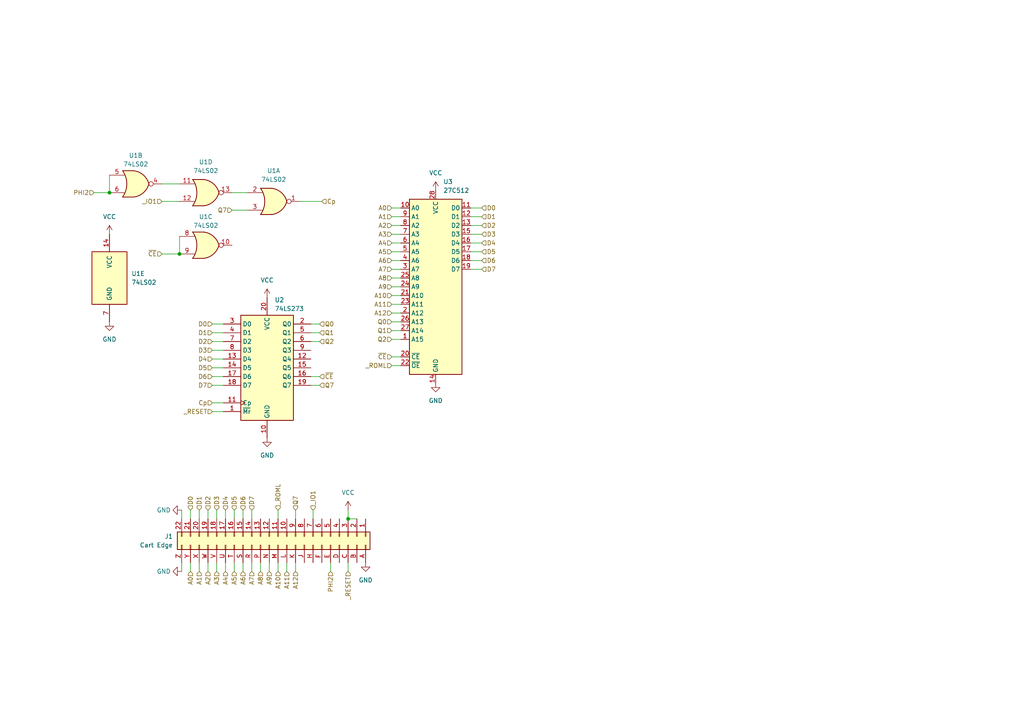
<source format=kicad_sch>
(kicad_sch (version 20230121) (generator eeschema)
  (paper "A4")
  (lib_symbols
    (symbol "74xx:74LS02" (pin_names (offset 1.016))
      (property "Reference" "U" (at 0 1.27 0))
      (property "Value" "74LS02" (at 0 -1.27 0))
      (symbol "74LS02_1_1"
        (arc (start -3.81 -3.81) (mid -2.589 0) (end -3.81 3.81) (stroke (width 0.254)))
        (arc (start -0.6096 -3.81) (mid 2.1842 -2.5851) (end 3.81 0) (stroke (width 0.254)) (fill (type background)))
        (polyline (pts (xy -3.81 -3.81) (xy -0.635 -3.81)) (stroke (width 0.254)) (fill (type background)))
        (polyline (pts (xy -3.81 3.81) (xy -0.635 3.81)) (stroke (width 0.254)) (fill (type background)))
        (polyline (pts (xy -0.635 3.81) (xy -3.81 3.81) (xy -3.81 3.81) (xy -3.556 3.4036) (xy -3.0226 2.2606) (xy -2.6924 1.0414) (xy -2.6162 -0.254) (xy -2.7686 -1.4986) (xy -3.175 -2.7178) (xy -3.81 -3.81) (xy -3.81 -3.81) (xy -0.635 -3.81)) (stroke (width -25.4)) (fill (type background)))
        (arc (start 3.81 0) (mid 2.1915 2.5936) (end -0.6096 3.81) (stroke (width 0.254)) (fill (type background)))
        (pin output inverted (at 7.62 0 180) (length 3.81) (name "~") (number "1"))
        (pin input line (at -7.62 2.54 0) (length 4.318) (name "~") (number "2"))
        (pin input line (at -7.62 -2.54 0) (length 4.318) (name "~") (number "3"))
      )
      (symbol "74LS02_1_2"
        (arc (start 0 -3.81) (mid 3.7934 0) (end 0 3.81) (stroke (width 0.254)) (fill (type background)))
        (polyline (pts (xy 0 3.81) (xy -3.81 3.81) (xy -3.81 -3.81) (xy 0 -3.81)) (stroke (width 0.254)) (fill (type background)))
        (pin output line (at 7.62 0 180) (length 3.81) (name "~") (number "1"))
        (pin input inverted (at -7.62 2.54 0) (length 3.81) (name "~") (number "2"))
        (pin input inverted (at -7.62 -2.54 0) (length 3.81) (name "~") (number "3"))
      )
      (symbol "74LS02_2_1"
        (arc (start -3.81 -3.81) (mid -2.589 0) (end -3.81 3.81) (stroke (width 0.254)))
        (arc (start -0.6096 -3.81) (mid 2.1842 -2.5851) (end 3.81 0) (stroke (width 0.254)) (fill (type background)))
        (polyline (pts (xy -3.81 -3.81) (xy -0.635 -3.81)) (stroke (width 0.254)) (fill (type background)))
        (polyline (pts (xy -3.81 3.81) (xy -0.635 3.81)) (stroke (width 0.254)) (fill (type background)))
        (polyline (pts (xy -0.635 3.81) (xy -3.81 3.81) (xy -3.81 3.81) (xy -3.556 3.4036) (xy -3.0226 2.2606) (xy -2.6924 1.0414) (xy -2.6162 -0.254) (xy -2.7686 -1.4986) (xy -3.175 -2.7178) (xy -3.81 -3.81) (xy -3.81 -3.81) (xy -0.635 -3.81)) (stroke (width -25.4)) (fill (type background)))
        (arc (start 3.81 0) (mid 2.1915 2.5936) (end -0.6096 3.81) (stroke (width 0.254)) (fill (type background)))
        (pin output inverted (at 7.62 0 180) (length 3.81) (name "~") (number "4"))
        (pin input line (at -7.62 2.54 0) (length 4.318) (name "~") (number "5"))
        (pin input line (at -7.62 -2.54 0) (length 4.318) (name "~") (number "6"))
      )
      (symbol "74LS02_2_2"
        (arc (start 0 -3.81) (mid 3.7934 0) (end 0 3.81) (stroke (width 0.254)) (fill (type background)))
        (polyline (pts (xy 0 3.81) (xy -3.81 3.81) (xy -3.81 -3.81) (xy 0 -3.81)) (stroke (width 0.254)) (fill (type background)))
        (pin output line (at 7.62 0 180) (length 3.81) (name "~") (number "4"))
        (pin input inverted (at -7.62 2.54 0) (length 3.81) (name "~") (number "5"))
        (pin input inverted (at -7.62 -2.54 0) (length 3.81) (name "~") (number "6"))
      )
      (symbol "74LS02_3_1"
        (arc (start -3.81 -3.81) (mid -2.589 0) (end -3.81 3.81) (stroke (width 0.254)))
        (arc (start -0.6096 -3.81) (mid 2.1842 -2.5851) (end 3.81 0) (stroke (width 0.254)) (fill (type background)))
        (polyline (pts (xy -3.81 -3.81) (xy -0.635 -3.81)) (stroke (width 0.254)) (fill (type background)))
        (polyline (pts (xy -3.81 3.81) (xy -0.635 3.81)) (stroke (width 0.254)) (fill (type background)))
        (polyline (pts (xy -0.635 3.81) (xy -3.81 3.81) (xy -3.81 3.81) (xy -3.556 3.4036) (xy -3.0226 2.2606) (xy -2.6924 1.0414) (xy -2.6162 -0.254) (xy -2.7686 -1.4986) (xy -3.175 -2.7178) (xy -3.81 -3.81) (xy -3.81 -3.81) (xy -0.635 -3.81)) (stroke (width -25.4)) (fill (type background)))
        (arc (start 3.81 0) (mid 2.1915 2.5936) (end -0.6096 3.81) (stroke (width 0.254)) (fill (type background)))
        (pin output inverted (at 7.62 0 180) (length 3.81) (name "~") (number "10"))
        (pin input line (at -7.62 2.54 0) (length 4.318) (name "~") (number "8"))
        (pin input line (at -7.62 -2.54 0) (length 4.318) (name "~") (number "9"))
      )
      (symbol "74LS02_3_2"
        (arc (start 0 -3.81) (mid 3.7934 0) (end 0 3.81) (stroke (width 0.254)) (fill (type background)))
        (polyline (pts (xy 0 3.81) (xy -3.81 3.81) (xy -3.81 -3.81) (xy 0 -3.81)) (stroke (width 0.254)) (fill (type background)))
        (pin output line (at 7.62 0 180) (length 3.81) (name "~") (number "10"))
        (pin input inverted (at -7.62 2.54 0) (length 3.81) (name "~") (number "8"))
        (pin input inverted (at -7.62 -2.54 0) (length 3.81) (name "~") (number "9"))
      )
      (symbol "74LS02_4_1"
        (arc (start -3.81 -3.81) (mid -2.589 0) (end -3.81 3.81) (stroke (width 0.254)))
        (arc (start -0.6096 -3.81) (mid 2.1842 -2.5851) (end 3.81 0) (stroke (width 0.254)) (fill (type background)))
        (polyline (pts (xy -3.81 -3.81) (xy -0.635 -3.81)) (stroke (width 0.254)) (fill (type background)))
        (polyline (pts (xy -3.81 3.81) (xy -0.635 3.81)) (stroke (width 0.254)) (fill (type background)))
        (polyline (pts (xy -0.635 3.81) (xy -3.81 3.81) (xy -3.81 3.81) (xy -3.556 3.4036) (xy -3.0226 2.2606) (xy -2.6924 1.0414) (xy -2.6162 -0.254) (xy -2.7686 -1.4986) (xy -3.175 -2.7178) (xy -3.81 -3.81) (xy -3.81 -3.81) (xy -0.635 -3.81)) (stroke (width -25.4)) (fill (type background)))
        (arc (start 3.81 0) (mid 2.1915 2.5936) (end -0.6096 3.81) (stroke (width 0.254)) (fill (type background)))
        (pin input line (at -7.62 2.54 0) (length 4.318) (name "~") (number "11"))
        (pin input line (at -7.62 -2.54 0) (length 4.318) (name "~") (number "12"))
        (pin output inverted (at 7.62 0 180) (length 3.81) (name "~") (number "13"))
      )
      (symbol "74LS02_4_2"
        (arc (start 0 -3.81) (mid 3.7934 0) (end 0 3.81) (stroke (width 0.254)) (fill (type background)))
        (polyline (pts (xy 0 3.81) (xy -3.81 3.81) (xy -3.81 -3.81) (xy 0 -3.81)) (stroke (width 0.254)) (fill (type background)))
        (pin input inverted (at -7.62 2.54 0) (length 3.81) (name "~") (number "11"))
        (pin input inverted (at -7.62 -2.54 0) (length 3.81) (name "~") (number "12"))
        (pin output line (at 7.62 0 180) (length 3.81) (name "~") (number "13"))
      )
      (symbol "74LS02_5_0"
        (pin power_in line (at 0 12.7 270) (length 5.08) (name "VCC") (number "14"))
        (pin power_in line (at 0 -12.7 90) (length 5.08) (name "GND") (number "7"))
      )
      (symbol "74LS02_5_1"
        (rectangle (start -5.08 7.62) (end 5.08 -7.62) (stroke (width 0.254)) (fill (type background)))
      )
    )
    (symbol "74xx:74LS273"
      (property "Reference" "U" (at -7.62 16.51 0))
      (property "Value" "74LS273" (at -7.62 -16.51 0))
      (symbol "74LS273_1_0"
        (pin input line (at -12.7 -12.7 0) (length 5.08) (name "~{Mr}") (number "1"))
        (pin power_in line (at 0 -20.32 90) (length 5.08) (name "GND") (number "10"))
        (pin input clock (at -12.7 -10.16 0) (length 5.08) (name "Cp") (number "11"))
        (pin output line (at 12.7 2.54 180) (length 5.08) (name "Q4") (number "12"))
        (pin input line (at -12.7 2.54 0) (length 5.08) (name "D4") (number "13"))
        (pin input line (at -12.7 0 0) (length 5.08) (name "D5") (number "14"))
        (pin output line (at 12.7 0 180) (length 5.08) (name "Q5") (number "15"))
        (pin output line (at 12.7 -2.54 180) (length 5.08) (name "Q6") (number "16"))
        (pin input line (at -12.7 -2.54 0) (length 5.08) (name "D6") (number "17"))
        (pin input line (at -12.7 -5.08 0) (length 5.08) (name "D7") (number "18"))
        (pin output line (at 12.7 -5.08 180) (length 5.08) (name "Q7") (number "19"))
        (pin output line (at 12.7 12.7 180) (length 5.08) (name "Q0") (number "2"))
        (pin power_in line (at 0 20.32 270) (length 5.08) (name "VCC") (number "20"))
        (pin input line (at -12.7 12.7 0) (length 5.08) (name "D0") (number "3"))
        (pin input line (at -12.7 10.16 0) (length 5.08) (name "D1") (number "4"))
        (pin output line (at 12.7 10.16 180) (length 5.08) (name "Q1") (number "5"))
        (pin output line (at 12.7 7.62 180) (length 5.08) (name "Q2") (number "6"))
        (pin input line (at -12.7 7.62 0) (length 5.08) (name "D2") (number "7"))
        (pin input line (at -12.7 5.08 0) (length 5.08) (name "D3") (number "8"))
        (pin output line (at 12.7 5.08 180) (length 5.08) (name "Q3") (number "9"))
      )
      (symbol "74LS273_1_1"
        (rectangle (start -7.62 15.24) (end 7.62 -15.24) (stroke (width 0.254)) (fill (type background)))
      )
    )
    (symbol "C64 Cart:Cart_Edge" (pin_names (offset 1.016) hide)
      (property "Reference" "J1" (at 0 -31.115 90))
      (property "Value" "Conn_02x22_Counter_Clockwise" (at 2.54 -31.115 90))
      (symbol "Cart_Edge_1_1"
        (rectangle (start -1.27 -27.813) (end 0 -28.067) (stroke (width 0.1524)))
        (rectangle (start -1.27 -25.273) (end 0 -25.527) (stroke (width 0.1524)))
        (rectangle (start -1.27 -22.733) (end 0 -22.987) (stroke (width 0.1524)))
        (rectangle (start -1.27 -20.193) (end 0 -20.447) (stroke (width 0.1524)))
        (rectangle (start -1.27 -17.653) (end 0 -17.907) (stroke (width 0.1524)))
        (rectangle (start -1.27 -15.113) (end 0 -15.367) (stroke (width 0.1524)))
        (rectangle (start -1.27 -12.573) (end 0 -12.827) (stroke (width 0.1524)))
        (rectangle (start -1.27 -10.033) (end 0 -10.287) (stroke (width 0.1524)))
        (rectangle (start -1.27 -7.493) (end 0 -7.747) (stroke (width 0.1524)))
        (rectangle (start -1.27 -4.953) (end 0 -5.207) (stroke (width 0.1524)))
        (rectangle (start -1.27 -2.413) (end 0 -2.667) (stroke (width 0.1524)))
        (rectangle (start -1.27 0.127) (end 0 -0.127) (stroke (width 0.1524)))
        (rectangle (start -1.27 2.667) (end 0 2.413) (stroke (width 0.1524)))
        (rectangle (start -1.27 5.207) (end 0 4.953) (stroke (width 0.1524)))
        (rectangle (start -1.27 7.747) (end 0 7.493) (stroke (width 0.1524)))
        (rectangle (start -1.27 10.287) (end 0 10.033) (stroke (width 0.1524)))
        (rectangle (start -1.27 12.827) (end 0 12.573) (stroke (width 0.1524)))
        (rectangle (start -1.27 15.367) (end 0 15.113) (stroke (width 0.1524)))
        (rectangle (start -1.27 17.907) (end 0 17.653) (stroke (width 0.1524)))
        (rectangle (start -1.27 20.447) (end 0 20.193) (stroke (width 0.1524)))
        (rectangle (start -1.27 22.987) (end 0 22.733) (stroke (width 0.1524)))
        (rectangle (start -1.27 25.527) (end 0 25.273) (stroke (width 0.1524)))
        (rectangle (start -1.27 26.67) (end 3.81 -29.21) (stroke (width 0.254)) (fill (type background)))
        (rectangle (start 3.81 -27.813) (end 2.54 -28.067) (stroke (width 0.1524)))
        (rectangle (start 3.81 -25.273) (end 2.54 -25.527) (stroke (width 0.1524)))
        (rectangle (start 3.81 -22.733) (end 2.54 -22.987) (stroke (width 0.1524)))
        (rectangle (start 3.81 -20.193) (end 2.54 -20.447) (stroke (width 0.1524)))
        (rectangle (start 3.81 -17.653) (end 2.54 -17.907) (stroke (width 0.1524)))
        (rectangle (start 3.81 -15.113) (end 2.54 -15.367) (stroke (width 0.1524)))
        (rectangle (start 3.81 -12.573) (end 2.54 -12.827) (stroke (width 0.1524)))
        (rectangle (start 3.81 -10.033) (end 2.54 -10.287) (stroke (width 0.1524)))
        (rectangle (start 3.81 -7.493) (end 2.54 -7.747) (stroke (width 0.1524)))
        (rectangle (start 3.81 -4.953) (end 2.54 -5.207) (stroke (width 0.1524)))
        (rectangle (start 3.81 -2.413) (end 2.54 -2.667) (stroke (width 0.1524)))
        (rectangle (start 3.81 0.127) (end 2.54 -0.127) (stroke (width 0.1524)))
        (rectangle (start 3.81 2.667) (end 2.54 2.413) (stroke (width 0.1524)))
        (rectangle (start 3.81 5.207) (end 2.54 4.953) (stroke (width 0.1524)))
        (rectangle (start 3.81 7.747) (end 2.54 7.493) (stroke (width 0.1524)))
        (rectangle (start 3.81 10.287) (end 2.54 10.033) (stroke (width 0.1524)))
        (rectangle (start 3.81 12.827) (end 2.54 12.573) (stroke (width 0.1524)))
        (rectangle (start 3.81 15.367) (end 2.54 15.113) (stroke (width 0.1524)))
        (rectangle (start 3.81 17.907) (end 2.54 17.653) (stroke (width 0.1524)))
        (rectangle (start 3.81 20.447) (end 2.54 20.193) (stroke (width 0.1524)))
        (rectangle (start 3.81 22.987) (end 2.54 22.733) (stroke (width 0.1524)))
        (rectangle (start 3.81 25.527) (end 2.54 25.273) (stroke (width 0.1524)))
        (pin passive line (at -5.08 25.4 0) (length 3.81) (name "Pin_1") (number "1"))
        (pin passive line (at -5.08 2.54 0) (length 3.81) (name "Pin_10") (number "10"))
        (pin passive line (at -5.08 0 0) (length 3.81) (name "Pin_11") (number "11"))
        (pin passive line (at -5.08 -2.54 0) (length 3.81) (name "Pin_12") (number "12"))
        (pin passive line (at -5.08 -5.08 0) (length 3.81) (name "Pin_13") (number "13"))
        (pin passive line (at -5.08 -7.62 0) (length 3.81) (name "Pin_14") (number "14"))
        (pin passive line (at -5.08 -10.16 0) (length 3.81) (name "Pin_15") (number "15"))
        (pin passive line (at -5.08 -12.7 0) (length 3.81) (name "Pin_16") (number "16"))
        (pin passive line (at -5.08 -15.24 0) (length 3.81) (name "Pin_17") (number "17"))
        (pin passive line (at -5.08 -17.78 0) (length 3.81) (name "Pin_18") (number "18"))
        (pin passive line (at -5.08 -20.32 0) (length 3.81) (name "Pin_19") (number "19"))
        (pin passive line (at -5.08 22.86 0) (length 3.81) (name "Pin_2") (number "2"))
        (pin passive line (at -5.08 -22.86 0) (length 3.81) (name "Pin_20") (number "20"))
        (pin passive line (at -5.08 -25.4 0) (length 3.81) (name "Pin_21") (number "21"))
        (pin passive line (at -5.08 -27.94 0) (length 3.81) (name "Pin_22") (number "22"))
        (pin passive line (at -5.08 20.32 0) (length 3.81) (name "Pin_3") (number "3"))
        (pin passive line (at -5.08 17.78 0) (length 3.81) (name "Pin_4") (number "4"))
        (pin passive line (at -5.08 15.24 0) (length 3.81) (name "Pin_5") (number "5"))
        (pin passive line (at -5.08 12.7 0) (length 3.81) (name "Pin_6") (number "6"))
        (pin passive line (at -5.08 10.16 0) (length 3.81) (name "Pin_7") (number "7"))
        (pin passive line (at -5.08 7.62 0) (length 3.81) (name "Pin_8") (number "8"))
        (pin passive line (at -5.08 5.08 0) (length 3.81) (name "Pin_9") (number "9"))
        (pin passive line (at 7.62 25.4 180) (length 3.81) (name "Pin_44") (number "A"))
        (pin passive line (at 7.62 22.86 180) (length 3.81) (name "Pin_43") (number "B"))
        (pin passive line (at 7.62 20.32 180) (length 3.81) (name "Pin_42") (number "C"))
        (pin passive line (at 7.62 17.78 180) (length 3.81) (name "Pin_41") (number "D"))
        (pin passive line (at 7.62 15.24 180) (length 3.81) (name "Pin_40") (number "E"))
        (pin passive line (at 7.62 12.7 180) (length 3.81) (name "Pin_39") (number "F"))
        (pin passive line (at 7.62 10.16 180) (length 3.81) (name "Pin_38") (number "H"))
        (pin passive line (at 7.62 7.62 180) (length 3.81) (name "Pin_37") (number "J"))
        (pin passive line (at 7.62 5.08 180) (length 3.81) (name "Pin_36") (number "K"))
        (pin passive line (at 7.62 2.54 180) (length 3.81) (name "Pin_35") (number "L"))
        (pin passive line (at 7.62 0 180) (length 3.81) (name "Pin_34") (number "M"))
        (pin passive line (at 7.62 -2.54 180) (length 3.81) (name "Pin_33") (number "N"))
        (pin passive line (at 7.62 -5.08 180) (length 3.81) (name "Pin_32") (number "P"))
        (pin passive line (at 7.62 -7.62 180) (length 3.81) (name "Pin_31") (number "R"))
        (pin passive line (at 7.62 -10.16 180) (length 3.81) (name "Pin_30") (number "S"))
        (pin passive line (at 7.62 -12.7 180) (length 3.81) (name "Pin_29") (number "T"))
        (pin passive line (at 7.62 -15.24 180) (length 3.81) (name "Pin_28") (number "U"))
        (pin passive line (at 7.62 -17.78 180) (length 3.81) (name "Pin_27") (number "V"))
        (pin passive line (at 7.62 -20.32 180) (length 3.81) (name "Pin_26") (number "W"))
        (pin passive line (at 7.62 -22.86 180) (length 3.81) (name "Pin_25") (number "X"))
        (pin passive line (at 7.62 -25.4 180) (length 3.81) (name "Pin_24") (number "Y"))
        (pin passive line (at 7.62 -27.94 180) (length 3.81) (name "Pin_23") (number "Z"))
      )
    )
    (symbol "Memory_EPROM:27C512"
      (property "Reference" "U" (at -7.62 26.67 0))
      (property "Value" "27C512" (at 2.54 -26.67 0))
      (symbol "27C512_1_1"
        (rectangle (start -7.62 25.4) (end 7.62 -25.4) (stroke (width 0.254)) (fill (type background)))
        (pin input line (at -10.16 -15.24 0) (length 2.54) (name "A15") (number "1"))
        (pin input line (at -10.16 22.86 0) (length 2.54) (name "A0") (number "10"))
        (pin tri_state line (at 10.16 22.86 180) (length 2.54) (name "D0") (number "11"))
        (pin tri_state line (at 10.16 20.32 180) (length 2.54) (name "D1") (number "12"))
        (pin tri_state line (at 10.16 17.78 180) (length 2.54) (name "D2") (number "13"))
        (pin power_in line (at 0 -27.94 90) (length 2.54) (name "GND") (number "14"))
        (pin tri_state line (at 10.16 15.24 180) (length 2.54) (name "D3") (number "15"))
        (pin tri_state line (at 10.16 12.7 180) (length 2.54) (name "D4") (number "16"))
        (pin tri_state line (at 10.16 10.16 180) (length 2.54) (name "D5") (number "17"))
        (pin tri_state line (at 10.16 7.62 180) (length 2.54) (name "D6") (number "18"))
        (pin tri_state line (at 10.16 5.08 180) (length 2.54) (name "D7") (number "19"))
        (pin input line (at -10.16 -7.62 0) (length 2.54) (name "A12") (number "2"))
        (pin input line (at -10.16 -20.32 0) (length 2.54) (name "~{CE}") (number "20"))
        (pin input line (at -10.16 -2.54 0) (length 2.54) (name "A10") (number "21"))
        (pin input line (at -10.16 -22.86 0) (length 2.54) (name "~{OE}") (number "22"))
        (pin input line (at -10.16 -5.08 0) (length 2.54) (name "A11") (number "23"))
        (pin input line (at -10.16 0 0) (length 2.54) (name "A9") (number "24"))
        (pin input line (at -10.16 2.54 0) (length 2.54) (name "A8") (number "25"))
        (pin input line (at -10.16 -10.16 0) (length 2.54) (name "A13") (number "26"))
        (pin input line (at -10.16 -12.7 0) (length 2.54) (name "A14") (number "27"))
        (pin power_in line (at 0 27.94 270) (length 2.54) (name "VCC") (number "28"))
        (pin input line (at -10.16 5.08 0) (length 2.54) (name "A7") (number "3"))
        (pin input line (at -10.16 7.62 0) (length 2.54) (name "A6") (number "4"))
        (pin input line (at -10.16 10.16 0) (length 2.54) (name "A5") (number "5"))
        (pin input line (at -10.16 12.7 0) (length 2.54) (name "A4") (number "6"))
        (pin input line (at -10.16 15.24 0) (length 2.54) (name "A3") (number "7"))
        (pin input line (at -10.16 17.78 0) (length 2.54) (name "A2") (number "8"))
        (pin input line (at -10.16 20.32 0) (length 2.54) (name "A1") (number "9"))
      )
    )
    (symbol "power:GND" (power) (pin_names (offset 0))
      (property "Value" "GND" (at 0 -3.81 0))
      (symbol "GND_0_1"
        (polyline (pts (xy 0 0) (xy 0 -1.27) (xy 1.27 -1.27) (xy 0 -2.54) (xy -1.27 -1.27) (xy 0 -1.27)))
      )
      (symbol "GND_1_1"
        (pin power_in line (at 0 0 270) (length 0) hide (name "GND") (number "1"))
      )
    )
    (symbol "power:VCC" (power) (pin_names (offset 0))
      (property "Value" "VCC" (at 0 3.81 0))
      (symbol "VCC_0_1"
        (polyline (pts (xy -0.762 1.27) (xy 0 2.54)))
        (polyline (pts (xy 0 0) (xy 0 2.54)))
        (polyline (pts (xy 0 2.54) (xy 0.762 1.27)))
      )
      (symbol "VCC_1_1"
        (pin power_in line (at 0 0 90) (length 0) hide (name "VCC") (number "1"))
      )
    )
  )
  (junction (at 31.75 55.88))
  (junction (at 52.07 73.66))
  (junction (at 100.965 150.495))
  (wire (pts (xy 90.17 99.06) (xy 92.71 99.06)))
  (wire (pts (xy 52.705 163.195) (xy 52.705 165.735)))
  (wire (pts (xy 52.07 68.58) (xy 52.07 73.66)))
  (wire (pts (xy 61.595 96.52) (xy 64.77 96.52)))
  (wire (pts (xy 113.665 80.645) (xy 116.205 80.645)))
  (wire (pts (xy 61.595 116.84) (xy 64.77 116.84)))
  (wire (pts (xy 65.405 147.955) (xy 65.405 150.495)))
  (wire (pts (xy 60.325 147.955) (xy 60.325 150.495)))
  (wire (pts (xy 113.665 67.945) (xy 116.205 67.945)))
  (wire (pts (xy 136.525 75.565) (xy 139.7 75.565)))
  (wire (pts (xy 136.525 60.325) (xy 139.7 60.325)))
  (wire (pts (xy 55.245 163.195) (xy 55.245 165.735)))
  (wire (pts (xy 136.525 65.405) (xy 139.7 65.405)))
  (wire (pts (xy 60.325 163.195) (xy 60.325 165.735)))
  (wire (pts (xy 67.31 60.96) (xy 71.755 60.96)))
  (wire (pts (xy 67.945 147.955) (xy 67.945 150.495)))
  (wire (pts (xy 113.665 103.505) (xy 116.205 103.505)))
  (wire (pts (xy 136.525 62.865) (xy 139.7 62.865)))
  (wire (pts (xy 31.75 50.8) (xy 31.75 55.88)))
  (wire (pts (xy 95.885 163.195) (xy 95.885 165.735)))
  (wire (pts (xy 113.665 85.725) (xy 116.205 85.725)))
  (wire (pts (xy 62.865 163.195) (xy 62.865 165.735)))
  (wire (pts (xy 73.025 163.195) (xy 73.025 165.735)))
  (wire (pts (xy 70.485 163.195) (xy 70.485 165.735)))
  (wire (pts (xy 80.645 163.195) (xy 80.645 165.735)))
  (wire (pts (xy 113.665 70.485) (xy 116.205 70.485)))
  (wire (pts (xy 90.17 96.52) (xy 92.71 96.52)))
  (wire (pts (xy 46.99 73.66) (xy 52.07 73.66)))
  (wire (pts (xy 100.965 163.195) (xy 100.965 165.735)))
  (wire (pts (xy 80.645 147.955) (xy 80.645 150.495)))
  (wire (pts (xy 136.525 67.945) (xy 139.7 67.945)))
  (wire (pts (xy 61.595 104.14) (xy 64.77 104.14)))
  (wire (pts (xy 90.17 109.22) (xy 92.71 109.22)))
  (wire (pts (xy 100.965 150.495) (xy 103.505 150.495)))
  (wire (pts (xy 52.705 147.955) (xy 52.705 150.495)))
  (wire (pts (xy 46.99 53.34) (xy 52.07 53.34)))
  (wire (pts (xy 90.17 93.98) (xy 92.71 93.98)))
  (wire (pts (xy 113.665 88.265) (xy 116.205 88.265)))
  (wire (pts (xy 113.665 73.025) (xy 116.205 73.025)))
  (wire (pts (xy 61.595 106.68) (xy 64.77 106.68)))
  (wire (pts (xy 67.31 55.88) (xy 71.755 55.88)))
  (wire (pts (xy 113.665 95.885) (xy 116.205 95.885)))
  (wire (pts (xy 61.595 93.98) (xy 64.77 93.98)))
  (wire (pts (xy 113.665 78.105) (xy 116.205 78.105)))
  (wire (pts (xy 57.785 163.195) (xy 57.785 165.735)))
  (wire (pts (xy 136.525 70.485) (xy 139.7 70.485)))
  (wire (pts (xy 113.665 106.045) (xy 116.205 106.045)))
  (wire (pts (xy 61.595 109.22) (xy 64.77 109.22)))
  (wire (pts (xy 85.725 163.195) (xy 85.725 165.735)))
  (wire (pts (xy 113.665 83.185) (xy 116.205 83.185)))
  (wire (pts (xy 65.405 163.195) (xy 65.405 165.735)))
  (wire (pts (xy 85.725 147.955) (xy 85.725 150.495)))
  (wire (pts (xy 113.665 65.405) (xy 116.205 65.405)))
  (wire (pts (xy 57.785 147.955) (xy 57.785 150.495)))
  (wire (pts (xy 113.665 60.325) (xy 116.205 60.325)))
  (wire (pts (xy 100.965 147.955) (xy 100.965 150.495)))
  (wire (pts (xy 61.595 119.38) (xy 64.77 119.38)))
  (wire (pts (xy 61.595 101.6) (xy 64.77 101.6)))
  (wire (pts (xy 86.995 58.42) (xy 93.345 58.42)))
  (wire (pts (xy 61.595 111.76) (xy 64.77 111.76)))
  (wire (pts (xy 113.665 62.865) (xy 116.205 62.865)))
  (wire (pts (xy 113.665 75.565) (xy 116.205 75.565)))
  (wire (pts (xy 46.99 58.42) (xy 52.07 58.42)))
  (wire (pts (xy 136.525 78.105) (xy 139.7 78.105)))
  (wire (pts (xy 136.525 73.025) (xy 139.7 73.025)))
  (wire (pts (xy 90.17 111.76) (xy 92.71 111.76)))
  (wire (pts (xy 70.485 147.955) (xy 70.485 150.495)))
  (wire (pts (xy 61.595 99.06) (xy 64.77 99.06)))
  (wire (pts (xy 62.865 147.955) (xy 62.865 150.495)))
  (wire (pts (xy 113.665 98.425) (xy 116.205 98.425)))
  (wire (pts (xy 75.565 163.195) (xy 75.565 165.735)))
  (wire (pts (xy 67.945 163.195) (xy 67.945 165.735)))
  (wire (pts (xy 113.665 90.805) (xy 116.205 90.805)))
  (wire (pts (xy 83.185 163.195) (xy 83.185 165.735)))
  (wire (pts (xy 73.025 147.955) (xy 73.025 150.495)))
  (wire (pts (xy 55.245 147.955) (xy 55.245 150.495)))
  (wire (pts (xy 113.665 93.345) (xy 116.205 93.345)))
  (wire (pts (xy 27.305 55.88) (xy 31.75 55.88)))
  (wire (pts (xy 78.105 163.195) (xy 78.105 165.735)))
  (wire (pts (xy 90.805 147.955) (xy 90.805 150.495)))
  (hierarchical_label "~{CE}" (shape input) (at 92.71 109.22 0))
  (hierarchical_label "_IO1" (shape input) (at 46.99 58.42 180))
  (hierarchical_label "A9" (shape input) (at 113.665 83.185 180))
  (hierarchical_label "D1" (shape input) (at 139.7 62.865 0))
  (hierarchical_label "D5" (shape input) (at 67.945 147.955 90))
  (hierarchical_label "A8" (shape input) (at 75.565 165.735 270))
  (hierarchical_label "A1" (shape input) (at 57.785 165.735 270))
  (hierarchical_label "A10" (shape input) (at 113.665 85.725 180))
  (hierarchical_label "D4" (shape input) (at 139.7 70.485 0))
  (hierarchical_label "A2" (shape input) (at 113.665 65.405 180))
  (hierarchical_label "A6" (shape input) (at 113.665 75.565 180))
  (hierarchical_label "D5" (shape input) (at 61.595 106.68 180))
  (hierarchical_label "D1" (shape input) (at 57.785 147.955 90))
  (hierarchical_label "D4" (shape input) (at 61.595 104.14 180))
  (hierarchical_label "A12" (shape input) (at 113.665 90.805 180))
  (hierarchical_label "A7" (shape input) (at 73.025 165.735 270))
  (hierarchical_label "D2" (shape input) (at 60.325 147.955 90))
  (hierarchical_label "_ROML" (shape input) (at 113.665 106.045 180))
  (hierarchical_label "D3" (shape input) (at 139.7 67.945 0))
  (hierarchical_label "A2" (shape input) (at 60.325 165.735 270))
  (hierarchical_label "PHI2" (shape input) (at 27.305 55.88 180))
  (hierarchical_label "Q2" (shape input) (at 113.665 98.425 180))
  (hierarchical_label "A11" (shape input) (at 113.665 88.265 180))
  (hierarchical_label "A4" (shape input) (at 113.665 70.485 180))
  (hierarchical_label "Q0" (shape input) (at 92.71 93.98 0))
  (hierarchical_label "D3" (shape input) (at 61.595 101.6 180))
  (hierarchical_label "A1" (shape input) (at 113.665 62.865 180))
  (hierarchical_label "Cp" (shape input) (at 61.595 116.84 180))
  (hierarchical_label "D5" (shape input) (at 139.7 73.025 0))
  (hierarchical_label "D6" (shape input) (at 70.485 147.955 90))
  (hierarchical_label "A4" (shape input) (at 65.405 165.735 270))
  (hierarchical_label "D2" (shape input) (at 61.595 99.06 180))
  (hierarchical_label "A5" (shape input) (at 67.945 165.735 270))
  (hierarchical_label "_IO1" (shape input) (at 90.805 147.955 90))
  (hierarchical_label "D4" (shape input) (at 65.405 147.955 90))
  (hierarchical_label "D2" (shape input) (at 139.7 65.405 0))
  (hierarchical_label "A9" (shape input) (at 78.105 165.735 270))
  (hierarchical_label "D1" (shape input) (at 61.595 96.52 180))
  (hierarchical_label "PHI2" (shape input) (at 95.885 165.735 270))
  (hierarchical_label "Q0" (shape input) (at 113.665 93.345 180))
  (hierarchical_label "Q1" (shape input) (at 113.665 95.885 180))
  (hierarchical_label "Q7" (shape input) (at 67.31 60.96 180))
  (hierarchical_label "A6" (shape input) (at 70.485 165.735 270))
  (hierarchical_label "D7" (shape input) (at 73.025 147.955 90))
  (hierarchical_label "D0" (shape input) (at 55.245 147.955 90))
  (hierarchical_label "_RESET" (shape input) (at 61.595 119.38 180))
  (hierarchical_label "D7" (shape input) (at 139.7 78.105 0))
  (hierarchical_label "A0" (shape input) (at 113.665 60.325 180))
  (hierarchical_label "~{CE}" (shape input) (at 46.99 73.66 180))
  (hierarchical_label "_ROML" (shape input) (at 80.645 147.955 90))
  (hierarchical_label "~{CE}" (shape input) (at 113.665 103.505 180))
  (hierarchical_label "A11" (shape input) (at 83.185 165.735 270))
  (hierarchical_label "D0" (shape input) (at 139.7 60.325 0))
  (hierarchical_label "A8" (shape input) (at 113.665 80.645 180))
  (hierarchical_label "Q7" (shape input) (at 85.725 147.955 90))
  (hierarchical_label "A10" (shape input) (at 80.645 165.735 270))
  (hierarchical_label "D3" (shape input) (at 62.865 147.955 90))
  (hierarchical_label "_RESET" (shape input) (at 100.965 165.735 270))
  (hierarchical_label "Q7" (shape input) (at 92.71 111.76 0))
  (hierarchical_label "A3" (shape input) (at 113.665 67.945 180))
  (hierarchical_label "A7" (shape input) (at 113.665 78.105 180))
  (hierarchical_label "D6" (shape input) (at 61.595 109.22 180))
  (hierarchical_label "A5" (shape input) (at 113.665 73.025 180))
  (hierarchical_label "A12" (shape input) (at 85.725 165.735 270))
  (hierarchical_label "Q1" (shape input) (at 92.71 96.52 0))
  (hierarchical_label "D0" (shape input) (at 61.595 93.98 180))
  (hierarchical_label "D6" (shape input) (at 139.7 75.565 0))
  (hierarchical_label "D7" (shape input) (at 61.595 111.76 180))
  (hierarchical_label "A0" (shape input) (at 55.245 165.735 270))
  (hierarchical_label "A3" (shape input) (at 62.865 165.735 270))
  (hierarchical_label "Cp" (shape input) (at 93.345 58.42 0))
  (hierarchical_label "Q2" (shape input) (at 92.71 99.06 0))
  (symbol (lib_id "Memory_EPROM:27C512") (at 126.365 83.185 0) (unit 1)
    (property "Reference" "U3" (at 128.5591 52.705 0) (effects (justify left)))
    (property "Value" "27C512" (at 128.5591 55.245 0) (effects (justify left)))
    (property "Footprint" "Package_DIP:DIP-28_W15.24mm" (effects hide))
    (property "Datasheet" "http://ww1.microchip.com/downloads/en/DeviceDoc/doc0015.pdf" (effects hide))
  )
  (symbol (lib_id "power:GND") (at 52.705 147.955 270) (unit 1)
    (property "Reference" "#PWR010" (effects hide))
    (property "Value" "GND" (at 49.53 147.955 90) (effects (justify right)))
  )
  (symbol (lib_id "power:VCC") (at 77.47 86.36 0) (unit 1)
    (property "Reference" "#PWR02" (effects hide))
    (property "Value" "VCC" (at 77.47 81.28 0))
  )
  (symbol (lib_id "C64 Cart:Cart_Edge") (at 80.645 155.575 270) (unit 1)
    (property "Reference" "J1" (at 50.165 155.575 90) (effects (justify right)))
    (property "Value" "Cart Edge" (at 50.165 158.115 90) (effects (justify right)))
    (property "Footprint" "C64 Cart:Edge Connector 2x22 2.54mm" (effects hide))
  )
  (symbol (lib_id "74xx:74LS273") (at 77.47 106.68 0) (unit 1)
    (property "Reference" "U2" (at 79.6641 86.995 0) (effects (justify left)))
    (property "Value" "74LS273" (at 79.6641 89.535 0) (effects (justify left)))
    (property "Footprint" "Package_DIP:DIP-20_W7.62mm" (effects hide))
    (property "Datasheet" "http://www.ti.com/lit/gpn/sn74LS273" (effects hide))
  )
  (symbol (lib_id "power:GND") (at 31.75 93.345 0) (unit 1)
    (property "Reference" "#PWR04" (effects hide))
    (property "Value" "GND" (at 31.75 98.425 0))
  )
  (symbol (lib_id "74xx:74LS02") (at 39.37 53.34 0) (unit 2)
    (property "Reference" "U1" (at 39.37 45.085 0))
    (property "Value" "74LS02" (at 39.37 47.625 0))
    (property "Footprint" "Package_DIP:DIP-14_W7.62mm" (effects hide))
    (property "Datasheet" "http://www.ti.com/lit/gpn/sn74ls02" (effects hide))
  )
  (symbol (lib_id "74xx:74LS02") (at 59.69 55.88 0) (unit 4)
    (property "Reference" "U1" (at 59.69 46.99 0))
    (property "Value" "74LS02" (at 59.69 49.53 0))
    (property "Footprint" "Package_DIP:DIP-14_W7.62mm" (effects hide))
    (property "Datasheet" "http://www.ti.com/lit/gpn/sn74ls02" (effects hide))
  )
  (symbol (lib_id "power:GND") (at 77.47 127 0) (unit 1)
    (property "Reference" "#PWR06" (effects hide))
    (property "Value" "GND" (at 77.47 132.08 0))
  )
  (symbol (lib_id "74xx:74LS02") (at 31.75 80.645 0) (unit 5)
    (property "Reference" "U1" (at 38.1 79.375 0) (effects (justify left)))
    (property "Value" "74LS02" (at 38.1 81.915 0) (effects (justify left)))
    (property "Footprint" "Package_DIP:DIP-14_W7.62mm" (effects hide))
    (property "Datasheet" "http://www.ti.com/lit/gpn/sn74ls02" (effects hide))
  )
  (symbol (lib_id "74xx:74LS02") (at 79.375 58.42 0) (unit 1)
    (property "Reference" "U1" (at 79.375 49.53 0))
    (property "Value" "74LS02" (at 79.375 52.07 0))
    (property "Footprint" "Package_DIP:DIP-14_W7.62mm" (effects hide))
    (property "Datasheet" "http://www.ti.com/lit/gpn/sn74ls02" (effects hide))
  )
  (symbol (lib_id "power:GND") (at 52.705 165.735 270) (unit 1)
    (property "Reference" "#PWR08" (effects hide))
    (property "Value" "GND" (at 49.53 165.735 90) (effects (justify right)))
  )
  (symbol (lib_id "power:VCC") (at 31.75 67.945 0) (unit 1)
    (property "Reference" "#PWR01" (effects hide))
    (property "Value" "VCC" (at 31.75 62.865 0))
  )
  (symbol (lib_id "74xx:74LS02") (at 59.69 71.12 0) (unit 3)
    (property "Reference" "U1" (at 59.69 62.865 0))
    (property "Value" "74LS02" (at 59.69 65.405 0))
    (property "Footprint" "Package_DIP:DIP-14_W7.62mm" (effects hide))
    (property "Datasheet" "http://www.ti.com/lit/gpn/sn74ls02" (effects hide))
  )
  (symbol (lib_id "power:VCC") (at 100.965 147.955 0) (unit 1)
    (property "Reference" "#PWR05" (effects hide))
    (property "Value" "VCC" (at 100.965 142.875 0))
  )
  (symbol (lib_id "power:GND") (at 126.365 111.125 0) (unit 1)
    (property "Reference" "#PWR07" (effects hide))
    (property "Value" "GND" (at 126.365 116.205 0))
  )
  (symbol (lib_id "power:VCC") (at 126.365 55.245 0) (unit 1)
    (property "Reference" "#PWR03" (effects hide))
    (property "Value" "VCC" (at 126.365 50.165 0))
  )
  (symbol (lib_id "power:GND") (at 106.045 163.195 0) (unit 1)
    (property "Reference" "#PWR09" (effects hide))
    (property "Value" "GND" (at 106.045 168.275 0))
  )
)
</source>
